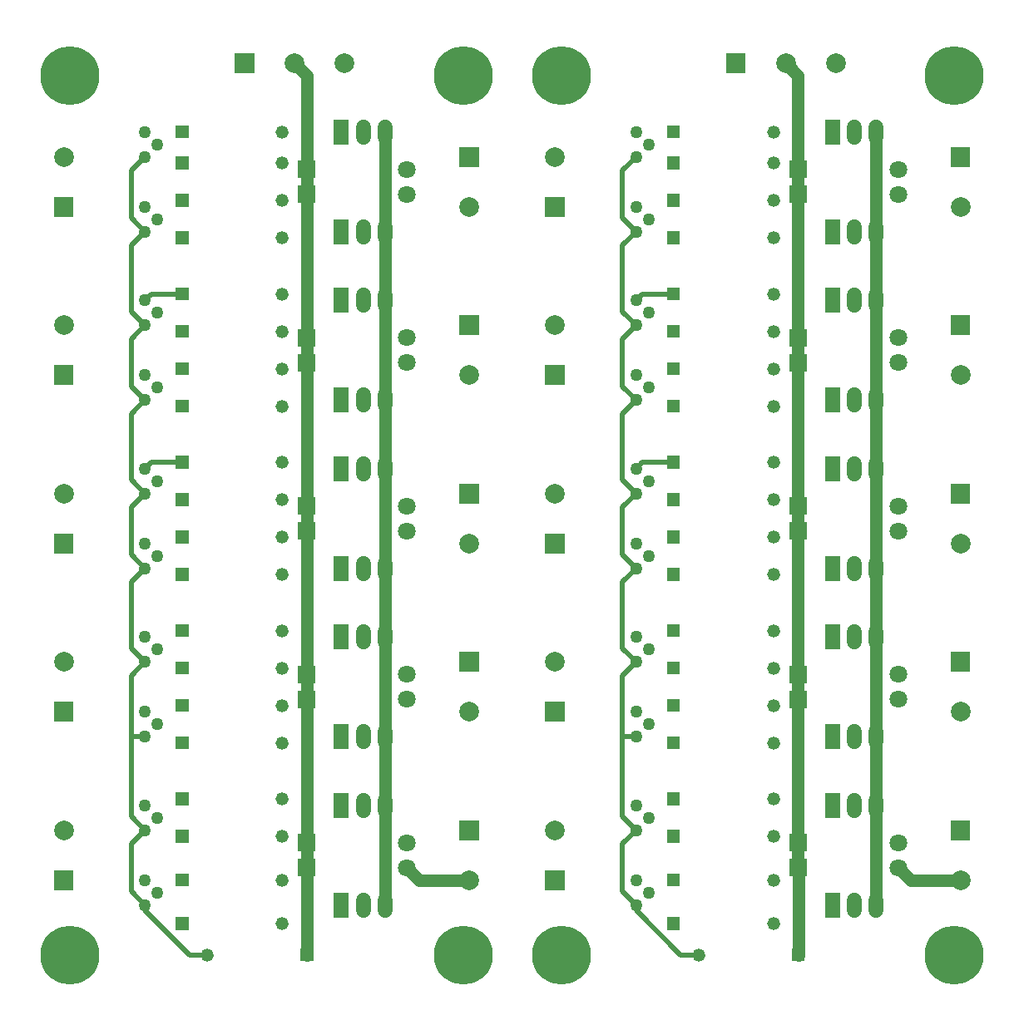
<source format=gtl>
%FSLAX24Y24*%
%MOIN*%
%ADD10C,0.0200*%
%ADD11C,0.0500*%
%ADD12C,0.0520*%
%ADD13C,0.0600*%
%ADD14C,0.0709*%
%ADD15C,0.0787*%
%ADD16C,0.2362*%
D10*
G01X5000Y4000D02*
X5000Y3789D01*
X6789Y2000D01*
X7500Y2000D01*
X5000Y7000D02*
X4450Y6450D01*
X4450Y4550D01*
X5000Y4000D01*
X5000Y17500D02*
X4450Y16950D01*
X4450Y14300D01*
X5000Y13750D01*
X4450Y13200D01*
X4450Y10750D01*
X5000Y17500D02*
X4450Y18050D01*
X4450Y19950D01*
X5000Y20500D01*
X5000Y27250D02*
X4450Y27800D01*
X4450Y30450D01*
X5000Y31000D01*
X5000Y24250D02*
X4450Y24800D01*
X4450Y26700D01*
X5000Y27250D01*
X5000Y20500D02*
X4450Y21050D01*
X4450Y23700D01*
X5000Y24250D01*
X5000Y34000D02*
X4450Y33450D01*
X4450Y31550D01*
X5000Y31000D01*
X4450Y10750D02*
X4450Y7550D01*
X5000Y7000D01*
X5000Y10750D02*
X4450Y10750D01*
X6500Y28500D02*
X5250Y28500D01*
X5000Y28250D01*
X6500Y21750D02*
X5250Y21750D01*
X5000Y21500D01*
X24685Y4000D02*
X24685Y3789D01*
X26474Y2000D01*
X27185Y2000D01*
X24685Y7000D02*
X24135Y6450D01*
X24135Y4550D01*
X24685Y4000D01*
X24685Y17500D02*
X24135Y16950D01*
X24135Y14300D01*
X24685Y13750D01*
X24135Y13200D01*
X24135Y10750D01*
X24685Y17500D02*
X24135Y18050D01*
X24135Y19950D01*
X24685Y20500D01*
X24685Y27250D02*
X24135Y27800D01*
X24135Y30450D01*
X24685Y31000D01*
X24685Y24250D02*
X24135Y24800D01*
X24135Y26700D01*
X24685Y27250D01*
X24685Y20500D02*
X24135Y21050D01*
X24135Y23700D01*
X24685Y24250D01*
X24685Y34000D02*
X24135Y33450D01*
X24135Y31550D01*
X24685Y31000D01*
X24135Y10750D02*
X24135Y7550D01*
X24685Y7000D01*
X24685Y10750D02*
X24135Y10750D01*
X26185Y28500D02*
X24935Y28500D01*
X24685Y28250D01*
X26185Y21750D02*
X24935Y21750D01*
X24685Y21500D01*
D11*
G01X5500Y34500D03*
X5000Y35000D03*
X5000Y34000D03*
X5500Y31500D03*
X5000Y32000D03*
X5000Y31000D03*
X5500Y27750D03*
X5000Y28250D03*
X5000Y27250D03*
X5500Y24750D03*
X5000Y25250D03*
X5000Y24250D03*
X5500Y21000D03*
X5000Y21500D03*
X5000Y20500D03*
X5500Y18000D03*
X5000Y18500D03*
X5000Y17500D03*
X5500Y14250D03*
X5000Y14750D03*
X5000Y13750D03*
X5500Y11250D03*
X5000Y11750D03*
X5000Y10750D03*
X5500Y7500D03*
X5000Y8000D03*
X5000Y7000D03*
X5500Y4500D03*
X5000Y5000D03*
X5000Y4000D03*
X25185Y34500D03*
X24685Y35000D03*
X24685Y34000D03*
X25185Y31500D03*
X24685Y32000D03*
X24685Y31000D03*
X25185Y27750D03*
X24685Y28250D03*
X24685Y27250D03*
X25185Y24750D03*
X24685Y25250D03*
X24685Y24250D03*
X25185Y21000D03*
X24685Y21500D03*
X24685Y20500D03*
X25185Y18000D03*
X24685Y18500D03*
X24685Y17500D03*
X25185Y14250D03*
X24685Y14750D03*
X24685Y13750D03*
X25185Y11250D03*
X24685Y11750D03*
X24685Y10750D03*
X25185Y7500D03*
X24685Y8000D03*
X24685Y7000D03*
X25185Y4500D03*
X24685Y5000D03*
X24685Y4000D03*
X14625Y8000D02*
X14625Y4000D01*
X14625Y10750D02*
X14625Y8000D01*
X14625Y31000D02*
X14625Y35000D01*
X14625Y28250D02*
X14625Y31000D01*
X14625Y14750D02*
X14625Y10750D01*
X14625Y17500D02*
X14625Y14750D01*
X14625Y24250D02*
X14625Y28250D01*
X14625Y21500D02*
X14625Y24250D01*
X14625Y21500D02*
X14625Y17500D01*
X11488Y6500D02*
X11488Y12250D01*
X11488Y5500D02*
X11488Y6500D01*
X11488Y5500D02*
X11500Y5488D01*
X11500Y2000D01*
X11488Y33500D02*
X11488Y37262D01*
X11000Y37750D01*
X11488Y32500D02*
X11488Y33500D01*
X11488Y26750D02*
X11488Y32500D01*
X11488Y25750D02*
X11488Y26750D01*
X11488Y19000D02*
X11488Y13250D01*
X11488Y20000D02*
X11488Y19000D01*
X11488Y13250D02*
X11488Y12250D01*
X11488Y20000D02*
X11488Y25750D01*
X15513Y5500D02*
X16013Y5000D01*
X18000Y5000D01*
X34310Y8000D02*
X34310Y4000D01*
X34310Y10750D02*
X34310Y8000D01*
X34310Y31000D02*
X34310Y35000D01*
X34310Y28250D02*
X34310Y31000D01*
X34310Y14750D02*
X34310Y10750D01*
X34310Y17500D02*
X34310Y14750D01*
X34310Y24250D02*
X34310Y28250D01*
X34310Y21500D02*
X34310Y24250D01*
X34310Y21500D02*
X34310Y17500D01*
X31173Y6500D02*
X31173Y12250D01*
X31173Y5500D02*
X31173Y6500D01*
X31173Y5500D02*
X31185Y5488D01*
X31185Y2000D01*
X31173Y33500D02*
X31173Y37262D01*
X30685Y37750D01*
X31173Y32500D02*
X31173Y33500D01*
X31173Y26750D02*
X31173Y32500D01*
X31173Y25750D02*
X31173Y26750D01*
X31173Y19000D02*
X31173Y13250D01*
X31173Y20000D02*
X31173Y19000D01*
X31173Y13250D02*
X31173Y12250D01*
X31173Y20000D02*
X31173Y25750D01*
X35198Y5500D02*
X35698Y5000D01*
X37685Y5000D01*
D12*
G01X10500Y33750D03*
X10500Y32250D03*
X10500Y35000D03*
X10500Y30750D03*
X10500Y27000D03*
X10500Y25500D03*
X10500Y28500D03*
X10500Y24000D03*
X10500Y21750D03*
X10500Y20250D03*
X10500Y18750D03*
X10500Y17250D03*
X10500Y15000D03*
X10500Y13500D03*
X10500Y12000D03*
X10500Y10500D03*
X10500Y8250D03*
X10500Y6750D03*
X10500Y5000D03*
X10500Y3250D03*
X7500Y2000D03*
X30185Y33750D03*
X30185Y32250D03*
X30185Y35000D03*
X30185Y30750D03*
X30185Y27000D03*
X30185Y25500D03*
X30185Y28500D03*
X30185Y24000D03*
X30185Y21750D03*
X30185Y20250D03*
X30185Y18750D03*
X30185Y17250D03*
X30185Y15000D03*
X30185Y13500D03*
X30185Y12000D03*
X30185Y10500D03*
X30185Y8250D03*
X30185Y6750D03*
X30185Y5000D03*
X30185Y3250D03*
X27185Y2000D03*
D13*
G01X14625Y35200D02*
X14625Y34800D01*
X13750Y35200D02*
X13750Y34800D01*
X14625Y31200D02*
X14625Y30800D01*
X13750Y31200D02*
X13750Y30800D01*
X14625Y28450D02*
X14625Y28050D01*
X13750Y28450D02*
X13750Y28050D01*
X14625Y24450D02*
X14625Y24050D01*
X13750Y24450D02*
X13750Y24050D01*
X14625Y21700D02*
X14625Y21300D01*
X13750Y21700D02*
X13750Y21300D01*
X14625Y17700D02*
X14625Y17300D01*
X13750Y17700D02*
X13750Y17300D01*
X14625Y14950D02*
X14625Y14550D01*
X13750Y14950D02*
X13750Y14550D01*
X14625Y10950D02*
X14625Y10550D01*
X13750Y10950D02*
X13750Y10550D01*
X14625Y8200D02*
X14625Y7800D01*
X13750Y8200D02*
X13750Y7800D01*
X14625Y4200D02*
X14625Y3800D01*
X13750Y4200D02*
X13750Y3800D01*
X34310Y35200D02*
X34310Y34800D01*
X33435Y35200D02*
X33435Y34800D01*
X34310Y31200D02*
X34310Y30800D01*
X33435Y31200D02*
X33435Y30800D01*
X34310Y28450D02*
X34310Y28050D01*
X33435Y28450D02*
X33435Y28050D01*
X34310Y24450D02*
X34310Y24050D01*
X33435Y24450D02*
X33435Y24050D01*
X34310Y21700D02*
X34310Y21300D01*
X33435Y21700D02*
X33435Y21300D01*
X34310Y17700D02*
X34310Y17300D01*
X33435Y17700D02*
X33435Y17300D01*
X34310Y14950D02*
X34310Y14550D01*
X33435Y14950D02*
X33435Y14550D01*
X34310Y10950D02*
X34310Y10550D01*
X33435Y10950D02*
X33435Y10550D01*
X34310Y8200D02*
X34310Y7800D01*
X33435Y8200D02*
X33435Y7800D01*
X34310Y4200D02*
X34310Y3800D01*
X33435Y4200D02*
X33435Y3800D01*
D14*
G01X15513Y33500D03*
X15513Y32500D03*
X15513Y26750D03*
X15513Y25750D03*
X15513Y20000D03*
X15513Y19000D03*
X15513Y13250D03*
X15513Y12250D03*
X15513Y6500D03*
X15513Y5500D03*
X35198Y33500D03*
X35198Y32500D03*
X35198Y26750D03*
X35198Y25750D03*
X35198Y20000D03*
X35198Y19000D03*
X35198Y13250D03*
X35198Y12250D03*
X35198Y6500D03*
X35198Y5500D03*
D15*
G01X18000Y32000D03*
X1750Y34000D03*
X1750Y27250D03*
X18000Y25250D03*
X1750Y20500D03*
X18000Y18500D03*
X1750Y13750D03*
X18000Y11750D03*
X1750Y7000D03*
X18000Y5000D03*
X11000Y37750D03*
X13000Y37750D03*
X37685Y32000D03*
X21435Y34000D03*
X21435Y27250D03*
X37685Y25250D03*
X21435Y20500D03*
X37685Y18500D03*
X21435Y13750D03*
X37685Y11750D03*
X21435Y7000D03*
X37685Y5000D03*
X30685Y37750D03*
X32685Y37750D03*
D16*
G01X2000Y37250D03*
X2000Y2000D03*
X17750Y2000D03*
X17750Y37250D03*
X21685Y37250D03*
X21685Y2000D03*
X37435Y2000D03*
X37435Y37250D03*
G36*
X18393Y33606D02*
X18393Y34393D01*
X17606Y34393D01*
X17606Y33606D01*
X18393Y33606D01*
G37*
G36*
X6760Y34010D02*
X6240Y34010D01*
X6240Y33490D01*
X6760Y33490D01*
X6760Y34010D01*
G37*
G36*
X6760Y32510D02*
X6240Y32510D01*
X6240Y31990D01*
X6760Y31990D01*
X6760Y32510D01*
G37*
G36*
X6760Y35260D02*
X6240Y35260D01*
X6240Y34740D01*
X6760Y34740D01*
X6760Y35260D01*
G37*
G36*
X6760Y31010D02*
X6240Y31010D01*
X6240Y30490D01*
X6760Y30490D01*
X6760Y31010D01*
G37*
G36*
X13175Y35500D02*
X12575Y35500D01*
X12575Y34500D01*
X13175Y34500D01*
X13175Y35500D01*
G37*
G36*
X11842Y33854D02*
X11133Y33854D01*
X11133Y33145D01*
X11842Y33145D01*
X11842Y33854D01*
G37*
G36*
X11842Y32854D02*
X11133Y32854D01*
X11133Y32145D01*
X11842Y32145D01*
X11842Y32854D01*
G37*
G36*
X13175Y31500D02*
X12575Y31500D01*
X12575Y30500D01*
X13175Y30500D01*
X13175Y31500D01*
G37*
G36*
X1356Y32393D02*
X1356Y31606D01*
X2143Y31606D01*
X2143Y32393D01*
X1356Y32393D01*
G37*
G36*
X1356Y25643D02*
X1356Y24856D01*
X2143Y24856D01*
X2143Y25643D01*
X1356Y25643D01*
G37*
G36*
X18393Y26856D02*
X18393Y27643D01*
X17606Y27643D01*
X17606Y26856D01*
X18393Y26856D01*
G37*
G36*
X6760Y27260D02*
X6240Y27260D01*
X6240Y26740D01*
X6760Y26740D01*
X6760Y27260D01*
G37*
G36*
X6760Y25760D02*
X6240Y25760D01*
X6240Y25240D01*
X6760Y25240D01*
X6760Y25760D01*
G37*
G36*
X6760Y28760D02*
X6240Y28760D01*
X6240Y28240D01*
X6760Y28240D01*
X6760Y28760D01*
G37*
G36*
X6760Y24260D02*
X6240Y24260D01*
X6240Y23740D01*
X6760Y23740D01*
X6760Y24260D01*
G37*
G36*
X11842Y27104D02*
X11133Y27104D01*
X11133Y26395D01*
X11842Y26395D01*
X11842Y27104D01*
G37*
G36*
X11842Y26104D02*
X11133Y26104D01*
X11133Y25395D01*
X11842Y25395D01*
X11842Y26104D01*
G37*
G36*
X13175Y28750D02*
X12575Y28750D01*
X12575Y27750D01*
X13175Y27750D01*
X13175Y28750D01*
G37*
G36*
X13175Y24750D02*
X12575Y24750D01*
X12575Y23750D01*
X13175Y23750D01*
X13175Y24750D01*
G37*
G36*
X1356Y18893D02*
X1356Y18106D01*
X2143Y18106D01*
X2143Y18893D01*
X1356Y18893D01*
G37*
G36*
X6760Y22010D02*
X6240Y22010D01*
X6240Y21490D01*
X6760Y21490D01*
X6760Y22010D01*
G37*
G36*
X6760Y20510D02*
X6240Y20510D01*
X6240Y19990D01*
X6760Y19990D01*
X6760Y20510D01*
G37*
G36*
X6760Y19010D02*
X6240Y19010D01*
X6240Y18490D01*
X6760Y18490D01*
X6760Y19010D01*
G37*
G36*
X6760Y17510D02*
X6240Y17510D01*
X6240Y16990D01*
X6760Y16990D01*
X6760Y17510D01*
G37*
G36*
X11842Y20354D02*
X11133Y20354D01*
X11133Y19645D01*
X11842Y19645D01*
X11842Y20354D01*
G37*
G36*
X11842Y19354D02*
X11133Y19354D01*
X11133Y18645D01*
X11842Y18645D01*
X11842Y19354D01*
G37*
G36*
X13175Y22000D02*
X12575Y22000D01*
X12575Y21000D01*
X13175Y21000D01*
X13175Y22000D01*
G37*
G36*
X13175Y18000D02*
X12575Y18000D01*
X12575Y17000D01*
X13175Y17000D01*
X13175Y18000D01*
G37*
G36*
X18393Y20106D02*
X18393Y20893D01*
X17606Y20893D01*
X17606Y20106D01*
X18393Y20106D01*
G37*
G36*
X1356Y12143D02*
X1356Y11356D01*
X2143Y11356D01*
X2143Y12143D01*
X1356Y12143D01*
G37*
G36*
X6760Y15260D02*
X6240Y15260D01*
X6240Y14740D01*
X6760Y14740D01*
X6760Y15260D01*
G37*
G36*
X6760Y13760D02*
X6240Y13760D01*
X6240Y13240D01*
X6760Y13240D01*
X6760Y13760D01*
G37*
G36*
X6760Y12260D02*
X6240Y12260D01*
X6240Y11740D01*
X6760Y11740D01*
X6760Y12260D01*
G37*
G36*
X6760Y10760D02*
X6240Y10760D01*
X6240Y10240D01*
X6760Y10240D01*
X6760Y10760D01*
G37*
G36*
X13175Y15250D02*
X12575Y15250D01*
X12575Y14250D01*
X13175Y14250D01*
X13175Y15250D01*
G37*
G36*
X11842Y13604D02*
X11133Y13604D01*
X11133Y12895D01*
X11842Y12895D01*
X11842Y13604D01*
G37*
G36*
X11842Y12604D02*
X11133Y12604D01*
X11133Y11895D01*
X11842Y11895D01*
X11842Y12604D01*
G37*
G36*
X13175Y11250D02*
X12575Y11250D01*
X12575Y10250D01*
X13175Y10250D01*
X13175Y11250D01*
G37*
G36*
X18393Y13356D02*
X18393Y14143D01*
X17606Y14143D01*
X17606Y13356D01*
X18393Y13356D01*
G37*
G36*
X1356Y5393D02*
X1356Y4606D01*
X2143Y4606D01*
X2143Y5393D01*
X1356Y5393D01*
G37*
G36*
X6760Y8510D02*
X6240Y8510D01*
X6240Y7990D01*
X6760Y7990D01*
X6760Y8510D01*
G37*
G36*
X6760Y7010D02*
X6240Y7010D01*
X6240Y6490D01*
X6760Y6490D01*
X6760Y7010D01*
G37*
G36*
X6760Y5260D02*
X6240Y5260D01*
X6240Y4740D01*
X6760Y4740D01*
X6760Y5260D01*
G37*
G36*
X6760Y3510D02*
X6240Y3510D01*
X6240Y2990D01*
X6760Y2990D01*
X6760Y3510D01*
G37*
G36*
X13175Y8500D02*
X12575Y8500D01*
X12575Y7500D01*
X13175Y7500D01*
X13175Y8500D01*
G37*
G36*
X11842Y6854D02*
X11133Y6854D01*
X11133Y6145D01*
X11842Y6145D01*
X11842Y6854D01*
G37*
G36*
X11842Y5854D02*
X11133Y5854D01*
X11133Y5145D01*
X11842Y5145D01*
X11842Y5854D01*
G37*
G36*
X13175Y4500D02*
X12575Y4500D01*
X12575Y3500D01*
X13175Y3500D01*
X13175Y4500D01*
G37*
G36*
X18393Y6606D02*
X18393Y7393D01*
X17606Y7393D01*
X17606Y6606D01*
X18393Y6606D01*
G37*
G36*
X11240Y1740D02*
X11760Y1740D01*
X11760Y2260D01*
X11240Y2260D01*
X11240Y1740D01*
G37*
G36*
X9393Y38143D02*
X8606Y38143D01*
X8606Y37356D01*
X9393Y37356D01*
X9393Y38143D01*
G37*
G36*
X38078Y33606D02*
X38078Y34393D01*
X37291Y34393D01*
X37291Y33606D01*
X38078Y33606D01*
G37*
G36*
X26445Y34010D02*
X25925Y34010D01*
X25925Y33490D01*
X26445Y33490D01*
X26445Y34010D01*
G37*
G36*
X26445Y32510D02*
X25925Y32510D01*
X25925Y31990D01*
X26445Y31990D01*
X26445Y32510D01*
G37*
G36*
X26445Y35260D02*
X25925Y35260D01*
X25925Y34740D01*
X26445Y34740D01*
X26445Y35260D01*
G37*
G36*
X26445Y31010D02*
X25925Y31010D01*
X25925Y30490D01*
X26445Y30490D01*
X26445Y31010D01*
G37*
G36*
X32860Y35500D02*
X32260Y35500D01*
X32260Y34500D01*
X32860Y34500D01*
X32860Y35500D01*
G37*
G36*
X31527Y33854D02*
X30818Y33854D01*
X30818Y33145D01*
X31527Y33145D01*
X31527Y33854D01*
G37*
G36*
X31527Y32854D02*
X30818Y32854D01*
X30818Y32145D01*
X31527Y32145D01*
X31527Y32854D01*
G37*
G36*
X32860Y31500D02*
X32260Y31500D01*
X32260Y30500D01*
X32860Y30500D01*
X32860Y31500D01*
G37*
G36*
X21041Y32393D02*
X21041Y31606D01*
X21828Y31606D01*
X21828Y32393D01*
X21041Y32393D01*
G37*
G36*
X21041Y25643D02*
X21041Y24856D01*
X21828Y24856D01*
X21828Y25643D01*
X21041Y25643D01*
G37*
G36*
X38078Y26856D02*
X38078Y27643D01*
X37291Y27643D01*
X37291Y26856D01*
X38078Y26856D01*
G37*
G36*
X26445Y27260D02*
X25925Y27260D01*
X25925Y26740D01*
X26445Y26740D01*
X26445Y27260D01*
G37*
G36*
X26445Y25760D02*
X25925Y25760D01*
X25925Y25240D01*
X26445Y25240D01*
X26445Y25760D01*
G37*
G36*
X26445Y28760D02*
X25925Y28760D01*
X25925Y28240D01*
X26445Y28240D01*
X26445Y28760D01*
G37*
G36*
X26445Y24260D02*
X25925Y24260D01*
X25925Y23740D01*
X26445Y23740D01*
X26445Y24260D01*
G37*
G36*
X31527Y27104D02*
X30818Y27104D01*
X30818Y26395D01*
X31527Y26395D01*
X31527Y27104D01*
G37*
G36*
X31527Y26104D02*
X30818Y26104D01*
X30818Y25395D01*
X31527Y25395D01*
X31527Y26104D01*
G37*
G36*
X32860Y28750D02*
X32260Y28750D01*
X32260Y27750D01*
X32860Y27750D01*
X32860Y28750D01*
G37*
G36*
X32860Y24750D02*
X32260Y24750D01*
X32260Y23750D01*
X32860Y23750D01*
X32860Y24750D01*
G37*
G36*
X21041Y18893D02*
X21041Y18106D01*
X21828Y18106D01*
X21828Y18893D01*
X21041Y18893D01*
G37*
G36*
X26445Y22010D02*
X25925Y22010D01*
X25925Y21490D01*
X26445Y21490D01*
X26445Y22010D01*
G37*
G36*
X26445Y20510D02*
X25925Y20510D01*
X25925Y19990D01*
X26445Y19990D01*
X26445Y20510D01*
G37*
G36*
X26445Y19010D02*
X25925Y19010D01*
X25925Y18490D01*
X26445Y18490D01*
X26445Y19010D01*
G37*
G36*
X26445Y17510D02*
X25925Y17510D01*
X25925Y16990D01*
X26445Y16990D01*
X26445Y17510D01*
G37*
G36*
X31527Y20354D02*
X30818Y20354D01*
X30818Y19645D01*
X31527Y19645D01*
X31527Y20354D01*
G37*
G36*
X31527Y19354D02*
X30818Y19354D01*
X30818Y18645D01*
X31527Y18645D01*
X31527Y19354D01*
G37*
G36*
X32860Y22000D02*
X32260Y22000D01*
X32260Y21000D01*
X32860Y21000D01*
X32860Y22000D01*
G37*
G36*
X32860Y18000D02*
X32260Y18000D01*
X32260Y17000D01*
X32860Y17000D01*
X32860Y18000D01*
G37*
G36*
X38078Y20106D02*
X38078Y20893D01*
X37291Y20893D01*
X37291Y20106D01*
X38078Y20106D01*
G37*
G36*
X21041Y12143D02*
X21041Y11356D01*
X21828Y11356D01*
X21828Y12143D01*
X21041Y12143D01*
G37*
G36*
X26445Y15260D02*
X25925Y15260D01*
X25925Y14740D01*
X26445Y14740D01*
X26445Y15260D01*
G37*
G36*
X26445Y13760D02*
X25925Y13760D01*
X25925Y13240D01*
X26445Y13240D01*
X26445Y13760D01*
G37*
G36*
X26445Y12260D02*
X25925Y12260D01*
X25925Y11740D01*
X26445Y11740D01*
X26445Y12260D01*
G37*
G36*
X26445Y10760D02*
X25925Y10760D01*
X25925Y10240D01*
X26445Y10240D01*
X26445Y10760D01*
G37*
G36*
X32860Y15250D02*
X32260Y15250D01*
X32260Y14250D01*
X32860Y14250D01*
X32860Y15250D01*
G37*
G36*
X31527Y13604D02*
X30818Y13604D01*
X30818Y12895D01*
X31527Y12895D01*
X31527Y13604D01*
G37*
G36*
X31527Y12604D02*
X30818Y12604D01*
X30818Y11895D01*
X31527Y11895D01*
X31527Y12604D01*
G37*
G36*
X32860Y11250D02*
X32260Y11250D01*
X32260Y10250D01*
X32860Y10250D01*
X32860Y11250D01*
G37*
G36*
X38078Y13356D02*
X38078Y14143D01*
X37291Y14143D01*
X37291Y13356D01*
X38078Y13356D01*
G37*
G36*
X21041Y5393D02*
X21041Y4606D01*
X21828Y4606D01*
X21828Y5393D01*
X21041Y5393D01*
G37*
G36*
X26445Y8510D02*
X25925Y8510D01*
X25925Y7990D01*
X26445Y7990D01*
X26445Y8510D01*
G37*
G36*
X26445Y7010D02*
X25925Y7010D01*
X25925Y6490D01*
X26445Y6490D01*
X26445Y7010D01*
G37*
G36*
X26445Y5260D02*
X25925Y5260D01*
X25925Y4740D01*
X26445Y4740D01*
X26445Y5260D01*
G37*
G36*
X26445Y3510D02*
X25925Y3510D01*
X25925Y2990D01*
X26445Y2990D01*
X26445Y3510D01*
G37*
G36*
X32860Y8500D02*
X32260Y8500D01*
X32260Y7500D01*
X32860Y7500D01*
X32860Y8500D01*
G37*
G36*
X31527Y6854D02*
X30818Y6854D01*
X30818Y6145D01*
X31527Y6145D01*
X31527Y6854D01*
G37*
G36*
X31527Y5854D02*
X30818Y5854D01*
X30818Y5145D01*
X31527Y5145D01*
X31527Y5854D01*
G37*
G36*
X32860Y4500D02*
X32260Y4500D01*
X32260Y3500D01*
X32860Y3500D01*
X32860Y4500D01*
G37*
G36*
X38078Y6606D02*
X38078Y7393D01*
X37291Y7393D01*
X37291Y6606D01*
X38078Y6606D01*
G37*
G36*
X30925Y1740D02*
X31445Y1740D01*
X31445Y2260D01*
X30925Y2260D01*
X30925Y1740D01*
G37*
G36*
X29078Y38143D02*
X28291Y38143D01*
X28291Y37356D01*
X29078Y37356D01*
X29078Y38143D01*
G37*
M02*

</source>
